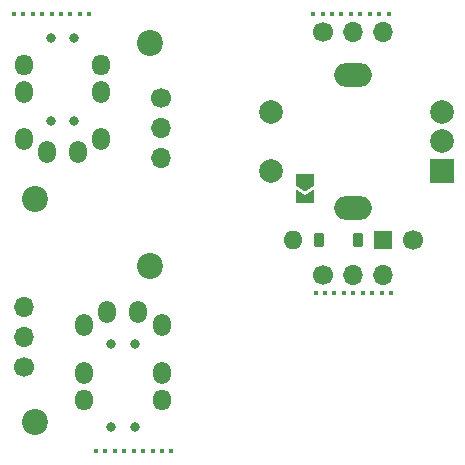
<source format=gbr>
%TF.GenerationSoftware,KiCad,Pcbnew,7.0.5*%
%TF.CreationDate,2024-01-16T16:22:41+08:00*%
%TF.ProjectId,ZeroMini,5a65726f-4d69-46e6-992e-6b696361645f,rev?*%
%TF.SameCoordinates,Original*%
%TF.FileFunction,Soldermask,Bot*%
%TF.FilePolarity,Negative*%
%FSLAX46Y46*%
G04 Gerber Fmt 4.6, Leading zero omitted, Abs format (unit mm)*
G04 Created by KiCad (PCBNEW 7.0.5) date 2024-01-16 16:22:41*
%MOMM*%
%LPD*%
G01*
G04 APERTURE LIST*
G04 Aperture macros list*
%AMRoundRect*
0 Rectangle with rounded corners*
0 $1 Rounding radius*
0 $2 $3 $4 $5 $6 $7 $8 $9 X,Y pos of 4 corners*
0 Add a 4 corners polygon primitive as box body*
4,1,4,$2,$3,$4,$5,$6,$7,$8,$9,$2,$3,0*
0 Add four circle primitives for the rounded corners*
1,1,$1+$1,$2,$3*
1,1,$1+$1,$4,$5*
1,1,$1+$1,$6,$7*
1,1,$1+$1,$8,$9*
0 Add four rect primitives between the rounded corners*
20,1,$1+$1,$2,$3,$4,$5,0*
20,1,$1+$1,$4,$5,$6,$7,0*
20,1,$1+$1,$6,$7,$8,$9,0*
20,1,$1+$1,$8,$9,$2,$3,0*%
%AMFreePoly0*
4,1,6,1.000000,0.000000,0.500000,-0.750000,-0.500000,-0.750000,-0.500000,0.750000,0.500000,0.750000,1.000000,0.000000,1.000000,0.000000,$1*%
%AMFreePoly1*
4,1,6,0.500000,-0.750000,-0.650000,-0.750000,-0.150000,0.000000,-0.650000,0.750000,0.500000,0.750000,0.500000,-0.750000,0.500000,-0.750000,$1*%
G04 Aperture macros list end*
%ADD10O,3.200000X2.000000*%
%ADD11R,2.000000X2.000000*%
%ADD12C,2.000000*%
%ADD13C,0.800000*%
%ADD14O,1.500000X1.900000*%
%ADD15O,1.500000X1.800000*%
%ADD16C,1.700000*%
%ADD17O,1.700000X1.700000*%
%ADD18C,0.450000*%
%ADD19C,2.200000*%
%ADD20R,1.600000X1.600000*%
%ADD21RoundRect,0.225000X0.225000X0.375000X-0.225000X0.375000X-0.225000X-0.375000X0.225000X-0.375000X0*%
%ADD22O,1.600000X1.600000*%
%ADD23FreePoly0,270.000000*%
%ADD24FreePoly1,270.000000*%
G04 APERTURE END LIST*
D10*
%TO.C,RE1*%
X178956000Y-55834000D03*
X178956000Y-44634000D03*
D11*
X186456000Y-52734000D03*
D12*
X186456000Y-47734000D03*
X186456000Y-50234000D03*
X171956000Y-47734000D03*
X171956000Y-52734000D03*
%TD*%
D13*
%TO.C,T1*%
X160428000Y-74416000D03*
X160428000Y-67416000D03*
X158428000Y-74416000D03*
X158428000Y-67416000D03*
D14*
X162728000Y-65816000D03*
X156128000Y-65816000D03*
D15*
X162728000Y-72116000D03*
X156128000Y-72116000D03*
D14*
X162728000Y-69816000D03*
X156128000Y-69816000D03*
X160728000Y-64716000D03*
X158128000Y-64716000D03*
%TD*%
D13*
%TO.C,T1*%
X153328000Y-41470000D03*
X153328000Y-48470000D03*
X155328000Y-41470000D03*
X155328000Y-48470000D03*
D14*
X151028000Y-50070000D03*
X157628000Y-50070000D03*
D15*
X151028000Y-43770000D03*
X157628000Y-43770000D03*
D14*
X151028000Y-46070000D03*
X157628000Y-46070000D03*
X153028000Y-51170000D03*
X155628000Y-51170000D03*
%TD*%
D16*
%TO.C,J12*%
X176416000Y-40990000D03*
D17*
X178956000Y-40990000D03*
X181496000Y-40990000D03*
%TD*%
D18*
%TO.C,H7*%
X175756000Y-63074000D03*
X176556000Y-63074000D03*
X177356000Y-63074000D03*
X178156000Y-63074000D03*
X178956000Y-63074000D03*
X179756000Y-63074000D03*
X180556000Y-63074000D03*
X181356000Y-63074000D03*
X182156000Y-63074000D03*
%TD*%
D19*
%TO.C,H1*%
X152000000Y-55143000D03*
%TD*%
D16*
%TO.C,J1*%
X151070000Y-69293000D03*
D17*
X151070000Y-66753000D03*
X151070000Y-64213000D03*
%TD*%
D18*
%TO.C,H8*%
X150200000Y-39420000D03*
X151000000Y-39420000D03*
X151800000Y-39420000D03*
X152600000Y-39420000D03*
X153400000Y-39420000D03*
X154200000Y-39420000D03*
X155000000Y-39420000D03*
X155800000Y-39420000D03*
X156600000Y-39420000D03*
%TD*%
D16*
%TO.C,J10*%
X184026000Y-58584000D03*
%TD*%
D19*
%TO.C,H2*%
X152000000Y-73966000D03*
%TD*%
D16*
%TO.C,J1*%
X162686000Y-46593000D03*
D17*
X162686000Y-49133000D03*
X162686000Y-51673000D03*
%TD*%
D19*
%TO.C,H2*%
X161756000Y-41920000D03*
%TD*%
D18*
%TO.C,H9*%
X175546000Y-39420000D03*
X176346000Y-39420000D03*
X177146000Y-39420000D03*
X177946000Y-39420000D03*
X178746000Y-39420000D03*
X179546000Y-39420000D03*
X180346000Y-39420000D03*
X181146000Y-39420000D03*
X181946000Y-39420000D03*
%TD*%
D19*
%TO.C,H1*%
X161756000Y-60743000D03*
%TD*%
D18*
%TO.C,H3*%
X163556000Y-76466000D03*
X162756000Y-76466000D03*
X161956000Y-76466000D03*
X161156000Y-76466000D03*
X160356000Y-76466000D03*
X159556000Y-76466000D03*
X158756000Y-76466000D03*
X157956000Y-76466000D03*
X157156000Y-76466000D03*
%TD*%
D20*
%TO.C,D1*%
X181486000Y-58584000D03*
D21*
X179336000Y-58584000D03*
X176036000Y-58584000D03*
D22*
X173886000Y-58584000D03*
%TD*%
D16*
%TO.C,J11*%
X176416000Y-61504000D03*
D17*
X178956000Y-61504000D03*
X181496000Y-61504000D03*
%TD*%
D23*
%TO.C,JP1*%
X174856000Y-53509000D03*
D24*
X174856000Y-54959000D03*
%TD*%
M02*

</source>
